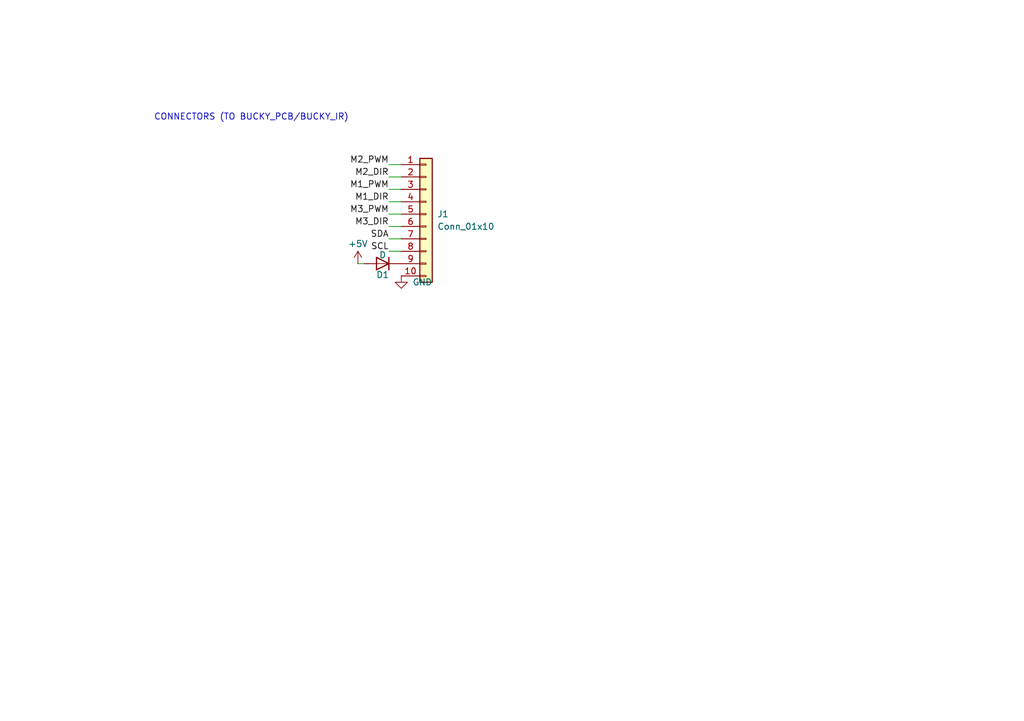
<source format=kicad_sch>
(kicad_sch (version 20231120) (generator "eeschema") (generator_version "8.0")
  (paper "A5")
  (title_block (title "BUCKY DRIVE CONNECTORS") (date "2024-05-07") (rev "V1") (company "koen1711"))
  (lib_symbols
    (symbol "+5V_3" (power) (pin_numbers hide) (pin_names (offset 0) hide)
      (property "Value" "+5V" (at 0 3.556 0))
      (symbol "+5V_3_0_1"
        (polyline (pts (xy -0.762 1.27) (xy 0 2.54)))
        (polyline (pts (xy 0 0) (xy 0 2.54)))
        (polyline (pts (xy 0 2.54) (xy 0.762 1.27)))
      )
      (symbol "+5V_3_1_1"
        (pin power_in line (at 0 0 90) (length 0) (name "~") (number "1"))
      )
    )
    (symbol "Connector_Generic:Conn_01x10" (pin_names (offset 1.016) hide)
      (property "Reference" "J" (at 0 12.7 0))
      (property "Value" "Conn_01x10" (at 0 -15.24 0))
      (symbol "Conn_01x10_1_1"
        (rectangle (start -1.27 -12.573) (end 0 -12.827) (stroke (width 0.1524)))
        (rectangle (start -1.27 -10.033) (end 0 -10.287) (stroke (width 0.1524)))
        (rectangle (start -1.27 -7.493) (end 0 -7.747) (stroke (width 0.1524)))
        (rectangle (start -1.27 -4.953) (end 0 -5.207) (stroke (width 0.1524)))
        (rectangle (start -1.27 -2.413) (end 0 -2.667) (stroke (width 0.1524)))
        (rectangle (start -1.27 0.127) (end 0 -0.127) (stroke (width 0.1524)))
        (rectangle (start -1.27 2.667) (end 0 2.413) (stroke (width 0.1524)))
        (rectangle (start -1.27 5.207) (end 0 4.953) (stroke (width 0.1524)))
        (rectangle (start -1.27 7.747) (end 0 7.493) (stroke (width 0.1524)))
        (rectangle (start -1.27 10.287) (end 0 10.033) (stroke (width 0.1524)))
        (rectangle (start -1.27 11.43) (end 1.27 -13.97) (stroke (width 0.254)) (fill (type background)))
        (pin passive line (at -5.08 10.16 0) (length 3.81) (name "Pin_1") (number "1"))
        (pin passive line (at -5.08 -12.7 0) (length 3.81) (name "Pin_10") (number "10"))
        (pin passive line (at -5.08 7.62 0) (length 3.81) (name "Pin_2") (number "2"))
        (pin passive line (at -5.08 5.08 0) (length 3.81) (name "Pin_3") (number "3"))
        (pin passive line (at -5.08 2.54 0) (length 3.81) (name "Pin_4") (number "4"))
        (pin passive line (at -5.08 0 0) (length 3.81) (name "Pin_5") (number "5"))
        (pin passive line (at -5.08 -2.54 0) (length 3.81) (name "Pin_6") (number "6"))
        (pin passive line (at -5.08 -5.08 0) (length 3.81) (name "Pin_7") (number "7"))
        (pin passive line (at -5.08 -7.62 0) (length 3.81) (name "Pin_8") (number "8"))
        (pin passive line (at -5.08 -10.16 0) (length 3.81) (name "Pin_9") (number "9"))
      )
    )
    (symbol "Device:D" (pin_numbers hide) (pin_names (offset 1.016) hide)
      (property "Reference" "D" (at 0 2.54 0))
      (property "Value" "D" (at 0 -2.54 0))
      (symbol "D_0_1"
        (polyline (pts (xy -1.27 1.27) (xy -1.27 -1.27)) (stroke (width 0.254)))
        (polyline (pts (xy 1.27 0) (xy -1.27 0)))
        (polyline (pts (xy 1.27 1.27) (xy 1.27 -1.27) (xy -1.27 0) (xy 1.27 1.27)) (stroke (width 0.254)))
      )
      (symbol "D_1_1"
        (pin passive line (at -3.81 0 0) (length 2.54) (name "K") (number "1"))
        (pin passive line (at 3.81 0 180) (length 2.54) (name "A") (number "2"))
      )
    )
    (symbol "GND_3" (power) (pin_numbers hide) (pin_names (offset 0) hide)
      (property "Value" "GND" (at 0 -3.81 0))
      (symbol "GND_3_0_1"
        (polyline (pts (xy 0 0) (xy 0 -1.27) (xy 1.27 -1.27) (xy 0 -2.54) (xy -1.27 -1.27) (xy 0 -1.27)))
      )
      (symbol "GND_3_1_1"
        (pin power_in line (at 0 0 270) (length 0) (name "~") (number "1"))
      )
    )
  )
  (wire (pts (xy 79.756 33.782) (xy 82.296 33.782)))
  (wire (pts (xy 79.756 43.942) (xy 82.296 43.942)))
  (wire (pts (xy 79.756 49.022) (xy 82.296 49.022)))
  (wire (pts (xy 79.756 51.562) (xy 82.296 51.562)))
  (wire (pts (xy 79.756 41.402) (xy 82.296 41.402)))
  (wire (pts (xy 73.406 54.102) (xy 74.676 54.102)))
  (wire (pts (xy 79.756 38.862) (xy 82.296 38.862)))
  (wire (pts (xy 79.756 46.482) (xy 82.296 46.482)))
  (wire (pts (xy 79.756 36.322) (xy 82.296 36.322)))
  (text "CONNECTORS (TO BUCKY_PCB/BUCKY_IR)" (at 51.562 24.13 0) (effects (font (size 1.27 1.27))))
  (label "M1_PWM" (at 79.756 38.862 180))
  (label "M2_DIR" (at 79.756 36.322 180))
  (label "M3_DIR" (at 79.756 46.482 180))
  (label "M2_PWM" (at 79.756 33.782 180))
  (label "M3_PWM" (at 79.756 43.942 180))
  (label "SCL" (at 79.756 51.562 180))
  (label "M1_DIR" (at 79.756 41.402 180))
  (label "SDA" (at 79.756 49.022 180))
  (symbol (lib_id "Device:D") (at 78.486 54.102 180) (unit 1)
    (property "Reference" "D1" (at 78.486 56.388 0))
    (property "Value" "D" (at 78.486 52.324 0))
    (property "Description" "Diode" (effects (hide yes)))
    (property "Sim.Device" "D" (effects (hide yes)))
    (property "Sim.Pins" "1=K 2=A" (effects (hide yes)))
  )
  (symbol (lib_name "GND_3") (lib_id "power:GND") (at 82.296 56.642 0) (unit 1)
    (property "Reference" "#PWR029" (effects (hide yes)))
    (property "Value" "GND" (at 84.582 57.9119 0) (effects (justify left)))
    (property "Description" "Power symbol creates a global label with name \"GND\" , ground" (effects (hide yes)))
  )
  (symbol (lib_id "Connector_Generic:Conn_01x10") (at 87.376 43.942 0) (unit 1)
    (property "Reference" "J1" (at 89.662 43.9419 0) (effects (justify left)))
    (property "Value" "Conn_01x10" (at 89.662 46.4819 0) (effects (justify left)))
    (property "Footprint" "BUCKY_DRIVE:CONN10_S10B-PH_JST" (effects (hide yes)))
    (property "Datasheet" "https://www.digikey.nl/nl/products/detail/jst-sales-america-inc/S10B-PH-SM4-TB/926663" (effects (hide yes)))
    (property "Description" "Generic connector, single row, 01x10, script generated (kicad-library-utils/schlib/autogen/connector/)" (effects (hide yes)))
  )
  (symbol (lib_name "+5V_3") (lib_id "power:+5V") (at 73.406 54.102 0) (unit 1)
    (property "Reference" "#PWR028" (effects (hide yes)))
    (property "Value" "+5V" (at 71.374 50.038 0) (effects (justify left)))
    (property "Description" "Power symbol creates a global label with name \"+5V\"" (effects (hide yes)))
  )
)
</source>
